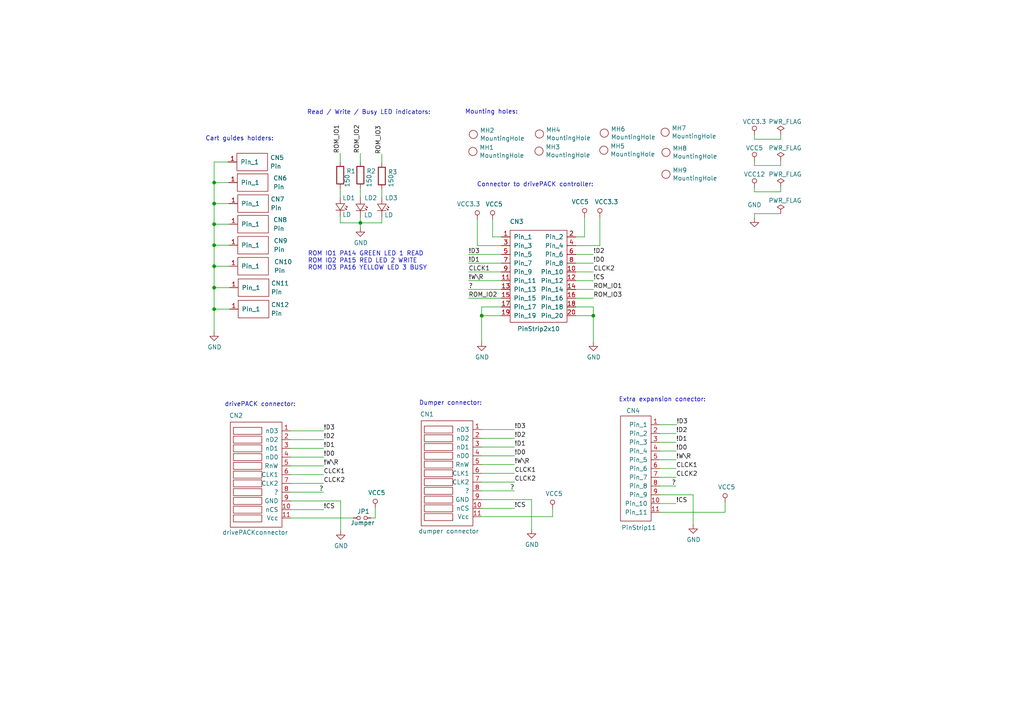
<source format=kicad_sch>
(kicad_sch (version 20211123) (generator eeschema)
  (paper "A4")
  (title_block (title "drive Pack header top board") (date "11 - 2023") (rev "0.1") (company "tolaemon - Jordi Bartolome") (comment 1 "http://www.tolaemon.com/dpack/"))
  (lib_symbols
    (symbol "Pin_1" (pin_names (offset 1.016))
      (property "Reference" "CN" (at 0 16.51 0))
      (property "Value" "Pin_1" (at 3.81 8.89 0))
      (symbol "Pin_1_0_1"
        (rectangle (start -1.27 15.24) (end 7.62 10.16))
      )
      (symbol "Pin_1_1_1"
        (pin passive line (at -3.81 12.7 0) (length 2.54) (name "Pin_1") (number "1"))
      )
    )
    (symbol "Pin_2" (pin_names (offset 1.016))
      (property "Reference" "CN" (at 0 16.51 0))
      (property "Value" "Pin_2" (at 3.81 8.89 0))
      (symbol "Pin_2_0_1"
        (rectangle (start -1.27 15.24) (end 7.62 10.16))
      )
      (symbol "Pin_2_1_1"
        (pin passive line (at -3.81 12.7 0) (length 2.54) (name "Pin_1") (number "1"))
      )
    )
    (symbol "Pin_3" (pin_names (offset 1.016))
      (property "Reference" "CN" (at 0 16.51 0))
      (property "Value" "Pin_3" (at 3.81 8.89 0))
      (symbol "Pin_3_0_1"
        (rectangle (start -1.27 15.24) (end 7.62 10.16))
      )
      (symbol "Pin_3_1_1"
        (pin passive line (at -3.81 12.7 0) (length 2.54) (name "Pin_1") (number "1"))
      )
    )
    (symbol "Pin_4" (pin_names (offset 1.016))
      (property "Reference" "CN" (at 0 16.51 0))
      (property "Value" "Pin_4" (at 3.81 8.89 0))
      (symbol "Pin_4_0_1"
        (rectangle (start -1.27 15.24) (end 7.62 10.16))
      )
      (symbol "Pin_4_1_1"
        (pin passive line (at -3.81 12.7 0) (length 2.54) (name "Pin_1") (number "1"))
      )
    )
    (symbol "Pin_5" (pin_names (offset 1.016))
      (property "Reference" "CN" (at 0 16.51 0))
      (property "Value" "Pin_5" (at 3.81 8.89 0))
      (symbol "Pin_5_0_1"
        (rectangle (start -1.27 15.24) (end 7.62 10.16))
      )
      (symbol "Pin_5_1_1"
        (pin passive line (at -3.81 12.7 0) (length 2.54) (name "Pin_1") (number "1"))
      )
    )
    (symbol "Pin_6" (pin_names (offset 1.016))
      (property "Reference" "CN" (at 0 16.51 0))
      (property "Value" "Pin_6" (at 3.81 8.89 0))
      (symbol "Pin_6_0_1"
        (rectangle (start -1.27 15.24) (end 7.62 10.16))
      )
      (symbol "Pin_6_1_1"
        (pin passive line (at -3.81 12.7 0) (length 2.54) (name "Pin_1") (number "1"))
      )
    )
    (symbol "Pin_7" (pin_names (offset 1.016))
      (property "Reference" "CN" (at 0 16.51 0))
      (property "Value" "Pin_7" (at 3.81 8.89 0))
      (symbol "Pin_7_0_1"
        (rectangle (start -1.27 15.24) (end 7.62 10.16))
      )
      (symbol "Pin_7_1_1"
        (pin passive line (at -3.81 12.7 0) (length 2.54) (name "Pin_1") (number "1"))
      )
    )
    (symbol "Tolaemon:GND" (power) (pin_names (offset 0))
      (property "Value" "GND" (at 0 -3.81 0))
      (symbol "GND_0_1"
        (polyline (pts (xy 0 0) (xy 0 -1.27) (xy 1.27 -1.27) (xy 0 -2.54) (xy -1.27 -1.27) (xy 0 -1.27)))
      )
      (symbol "GND_1_1"
        (pin power_in line (at 0 0 270) (length 0) hide (name "GND") (number "1"))
      )
    )
    (symbol "Tolaemon:Jumper" (pin_numbers hide) (pin_names (offset 0.762) hide)
      (property "Reference" "JP" (at 0 2.032 0))
      (property "Value" "Jumper" (at 0.254 -1.524 0))
      (symbol "Jumper_0_1"
        (circle (center -1.016 0) (radius 0.508))
        (circle (center 1.016 0) (radius 0.508))
        (pin passive line (at -2.54 0 0) (length 1.016) (name "1") (number "1"))
        (pin passive line (at 2.54 0 180) (length 1.016) (name "2") (number "2"))
      )
    )
    (symbol "Tolaemon:LD" (pin_numbers hide) (pin_names (offset 0))
      (property "Reference" "LD" (at 2.4384 5.0292 90))
      (property "Value" "LD" (at -2.54 1.27 90))
      (symbol "LD_0_1"
        (polyline (pts (xy -1.27 0.635) (xy 1.27 0.635)))
        (polyline (pts (xy 0 0) (xy 0 0.635)))
        (polyline (pts (xy 0 3.175) (xy 0 2.54)))
        (polyline (pts (xy 1.8288 0.8128) (xy 1.8288 1.0668)))
        (polyline (pts (xy 2.032 1.4732) (xy 2.032 1.7272)))
        (polyline (pts (xy 1.3208 1.3208) (xy 1.8288 0.8128) (xy 1.5748 0.8128)))
        (polyline (pts (xy 1.524 1.9812) (xy 2.032 1.4732) (xy 1.778 1.4732)))
        (polyline (pts (xy 1.27 2.54) (xy -1.27 2.54) (xy 0 0.635) (xy 1.27 2.54)))
      )
      (symbol "LD_1_1"
        (pin bidirectional line (at 0 4.445 270) (length 1.27) (name "~") (number "1"))
        (pin bidirectional line (at 0 -1.27 90) (length 1.27) (name "~") (number "2"))
      )
    )
    (symbol "Tolaemon:MountingHole" (pin_names (offset 1.016))
      (property "Reference" "MH" (at 0.0508 -2.286 0))
      (property "Value" "MountingHole" (at 0.762 2.3368 0))
      (symbol "MountingHole_0_1"
        (circle (center 0 0) (radius 1.1938))
      )
    )
    (symbol "Tolaemon:Pin" (pin_names (offset 1.016))
      (property "Reference" "CN" (at 0 16.51 0))
      (property "Value" "Pin" (at 3.81 8.89 0))
      (symbol "Pin_0_1"
        (rectangle (start -1.27 15.24) (end 7.62 10.16))
      )
      (symbol "Pin_1_1"
        (pin passive line (at -3.81 12.7 0) (length 2.54) (name "Pin_1") (number "1"))
      )
    )
    (symbol "Tolaemon:PinStrip11" (pin_names (offset 1.016))
      (property "Reference" "CN" (at 0 16.51 0))
      (property "Value" "PinStrip11" (at 3.81 -16.51 0))
      (symbol "PinStrip11_0_1"
        (rectangle (start -1.27 15.24) (end 7.62 -15.24))
      )
      (symbol "PinStrip11_1_1"
        (pin bidirectional line (at -3.81 12.7 0) (length 2.54) (name "Pin_1") (number "1"))
        (pin bidirectional line (at -3.81 -10.16 0) (length 2.54) (name "Pin_10") (number "10"))
        (pin bidirectional line (at -3.81 -12.7 0) (length 2.54) (name "Pin_11") (number "11"))
        (pin bidirectional line (at -3.81 10.16 0) (length 2.54) (name "Pin_2") (number "2"))
        (pin bidirectional line (at -3.81 7.62 0) (length 2.54) (name "Pin_3") (number "3"))
        (pin bidirectional line (at -3.81 5.08 0) (length 2.54) (name "Pin_4") (number "4"))
        (pin bidirectional line (at -3.81 2.54 0) (length 2.54) (name "Pin_5") (number "5"))
        (pin bidirectional line (at -3.81 0 0) (length 2.54) (name "Pin_6") (number "6"))
        (pin bidirectional line (at -3.81 -2.54 0) (length 2.54) (name "Pin_7") (number "7"))
        (pin bidirectional line (at -3.81 -5.08 0) (length 2.54) (name "Pin_8") (number "8"))
        (pin bidirectional line (at -3.81 -7.62 0) (length 2.54) (name "Pin_9") (number "9"))
      )
    )
    (symbol "Tolaemon:PinStrip2x10" (pin_names (offset 1.016))
      (property "Reference" "CN" (at -6.985 -18.415 0))
      (property "Value" "PinStrip2x10" (at 0 12.065 0))
      (symbol "PinStrip2x10_0_1"
        (rectangle (start -8.255 10.16) (end 8.255 -16.51))
      )
      (symbol "PinStrip2x10_1_1"
        (pin passive line (at -10.795 8.255 0) (length 2.54) (name "Pin_1") (number "1"))
        (pin passive line (at 10.795 -1.905 180) (length 2.54) (name "Pin_10") (number "10"))
        (pin passive line (at -10.795 -4.445 0) (length 2.54) (name "Pin_11") (number "11"))
        (pin passive line (at 10.795 -4.445 180) (length 2.54) (name "Pin_12") (number "12"))
        (pin passive line (at -10.795 -6.985 0) (length 2.54) (name "Pin_13") (number "13"))
        (pin passive line (at 10.795 -6.985 180) (length 2.54) (name "Pin_14") (number "14"))
        (pin passive line (at -10.795 -9.525 0) (length 2.54) (name "Pin_15") (number "15"))
        (pin passive line (at 10.795 -9.525 180) (length 2.54) (name "Pin_16") (number "16"))
        (pin passive line (at -10.795 -12.065 0) (length 2.54) (name "Pin_17") (number "17"))
        (pin passive line (at 10.795 -12.065 180) (length 2.54) (name "Pin_18") (number "18"))
        (pin passive line (at -10.795 -14.605 0) (length 2.54) (name "Pin_19") (number "19"))
        (pin passive line (at 10.795 8.255 180) (length 2.54) (name "Pin_2") (number "2"))
        (pin passive line (at 10.795 -14.605 180) (length 2.54) (name "Pin_20") (number "20"))
        (pin passive line (at -10.795 5.715 0) (length 2.54) (name "Pin_3") (number "3"))
        (pin passive line (at 10.795 5.715 180) (length 2.54) (name "Pin_4") (number "4"))
        (pin passive line (at -10.795 3.175 0) (length 2.54) (name "Pin_5") (number "5"))
        (pin passive line (at 10.795 3.175 180) (length 2.54) (name "Pin_6") (number "6"))
        (pin passive line (at -10.795 0.635 0) (length 2.54) (name "Pin_7") (number "7"))
        (pin passive line (at 10.795 0.635 180) (length 2.54) (name "Pin_8") (number "8"))
        (pin passive line (at -10.795 -1.905 0) (length 2.54) (name "Pin_9") (number "9"))
      )
    )
    (symbol "Tolaemon:R" (pin_numbers hide) (pin_names (offset 0))
      (property "Reference" "R" (at 2.032 0 90))
      (property "Value" "R" (at 0 0 90))
      (symbol "R_0_1"
        (rectangle (start -1.016 -2.54) (end 1.016 2.54) (stroke (width 0.254)))
      )
      (symbol "R_1_1"
        (pin passive line (at 0 3.81 270) (length 1.27) (name "~") (number "1"))
        (pin passive line (at 0 -3.81 90) (length 1.27) (name "~") (number "2"))
      )
    )
    (symbol "Tolaemon:VCC12" (power) (pin_names (offset 0))
      (property "Value" "VCC12" (at 0 3.81 0))
      (symbol "VCC12_0_1"
        (polyline (pts (xy 0 0) (xy 0 1.27)))
        (circle (center 0 1.905) (radius 0.635))
      )
      (symbol "VCC12_1_1"
        (pin power_in line (at 0 0 90) (length 0) hide (name "VCC12") (number "1"))
      )
    )
    (symbol "Tolaemon:VCC3.3" (power) (pin_names (offset 0))
      (property "Value" "VCC3.3" (at 0 3.81 0))
      (symbol "VCC3.3_0_1"
        (rectangle (start -5.08 3.175) (end -5.08 3.175))
        (polyline (pts (xy 0 0) (xy 0 1.27)))
        (circle (center 0 1.905) (radius 0.635))
      )
      (symbol "VCC3.3_1_1"
        (pin power_in line (at 0 0 90) (length 0) hide (name "VCC3.3") (number "1"))
      )
    )
    (symbol "Tolaemon:VCC5" (power) (pin_names (offset 0))
      (property "Value" "VCC5" (at 0 3.81 0))
      (symbol "VCC5_0_1"
        (polyline (pts (xy 0 0) (xy 0 1.27)))
        (circle (center 0 1.905) (radius 0.635))
      )
      (symbol "VCC5_1_1"
        (pin power_in line (at 0 0 90) (length 0) hide (name "VCC5") (number "1"))
      )
    )
    (symbol "Tolaemon:drivePACKconnector" (pin_names (offset 1.016))
      (property "Reference" "CN" (at -6.223 17.78 0))
      (property "Value" "drivePACKconnector" (at -3.048 -15.875 0))
      (symbol "drivePACKconnector_0_1"
        (rectangle (start -8.763 16.51) (end 6.223 -13.97))
        (rectangle (start -2.921 12.446) (end 5.334 10.414))
      )
      (symbol "drivePACKconnector_1_1"
        (rectangle (start -2.921 -10.414) (end 5.334 -12.446))
        (rectangle (start -2.921 -7.874) (end 5.334 -9.906))
        (rectangle (start -2.921 -5.334) (end 5.334 -7.366))
        (rectangle (start -2.921 -2.794) (end 5.334 -4.826))
        (rectangle (start -2.921 -0.254) (end 5.334 -2.286))
        (rectangle (start -2.921 2.286) (end 5.334 0.254))
        (rectangle (start -2.921 4.826) (end 5.334 2.794))
        (rectangle (start -2.921 7.366) (end 5.334 5.334))
        (rectangle (start -2.921 9.906) (end 5.334 7.874))
        (rectangle (start -2.921 14.986) (end 5.334 12.954))
        (pin passive line (at -11.303 13.97 0) (length 2.54) (name "nD3") (number "1"))
        (pin passive line (at -11.303 -8.89 0) (length 2.54) (name "nCS") (number "10"))
        (pin passive line (at -11.303 -11.303 0) (length 2.54) (name "Vcc") (number "11"))
        (pin passive line (at -11.303 11.43 0) (length 2.54) (name "nD2") (number "2"))
        (pin passive line (at -11.303 8.89 0) (length 2.54) (name "nD1") (number "3"))
        (pin passive line (at -11.303 6.35 0) (length 2.54) (name "nD0") (number "4"))
        (pin passive line (at -11.303 3.81 0) (length 2.54) (name "RnW") (number "5"))
        (pin passive line (at -11.303 1.27 0) (length 2.54) (name "CLK1") (number "6"))
        (pin passive line (at -11.303 -1.27 0) (length 2.54) (name "CLK2") (number "7"))
        (pin passive line (at -11.303 -3.81 0) (length 2.54) (name "?") (number "8"))
        (pin passive line (at -11.303 -6.35 0) (length 2.54) (name "GND") (number "9"))
      )
    )
    (symbol "power:GND" (power) (pin_names (offset 0))
      (property "Value" "GND" (at 0 -3.81 0))
      (symbol "GND_0_1"
        (polyline (pts (xy 0 0) (xy 0 -1.27) (xy 1.27 -1.27) (xy 0 -2.54) (xy -1.27 -1.27) (xy 0 -1.27)))
      )
      (symbol "GND_1_1"
        (pin power_in line (at 0 0 270) (length 0) hide (name "GND") (number "1"))
      )
    )
    (symbol "power:PWR_FLAG" (power) (pin_numbers hide) (pin_names (offset 0) hide)
      (property "Value" "PWR_FLAG" (at 0 3.81 0))
      (symbol "PWR_FLAG_0_0"
        (pin power_out line (at 0 0 90) (length 0) (name "pwr") (number "1"))
      )
      (symbol "PWR_FLAG_0_1"
        (polyline (pts (xy 0 0) (xy 0 1.27) (xy -1.016 1.905) (xy 0 2.54) (xy 1.016 1.905) (xy 0 1.27)))
      )
    )
  )
  (junction (at 62.103 89.662))
  (junction (at 139.7 91.567))
  (junction (at 62.103 77.216))
  (junction (at 62.103 59.055))
  (junction (at 62.103 71.12))
  (junction (at 62.103 52.959))
  (junction (at 62.103 83.439))
  (junction (at 172.085 91.567))
  (junction (at 104.521 64.643))
  (junction (at 62.103 65.024))
  (wire (pts (xy 84.328 130.048) (xy 93.853 130.048)))
  (wire (pts (xy 149.225 127.127) (xy 139.7 127.127)))
  (wire (pts (xy 84.328 145.288) (xy 98.806 145.288)))
  (wire (pts (xy 169.545 68.707) (xy 169.545 62.992)))
  (wire (pts (xy 149.225 147.447) (xy 139.7 147.447)))
  (wire (pts (xy 191.389 125.73) (xy 196.088 125.73)))
  (wire (pts (xy 191.389 128.27) (xy 196.088 128.27)))
  (wire (pts (xy 138.43 71.247) (xy 145.415 71.247)))
  (wire (pts (xy 149.225 124.587) (xy 139.7 124.587)))
  (wire (pts (xy 139.7 144.907) (xy 154.178 144.907)))
  (wire (pts (xy 218.821 48.006) (xy 226.441 48.006)))
  (wire (pts (xy 226.441 40.386) (xy 226.441 39.116)))
  (wire (pts (xy 145.415 86.487) (xy 135.89 86.487)))
  (wire (pts (xy 104.521 62.992) (xy 104.521 64.643)))
  (wire (pts (xy 218.821 61.976) (xy 218.821 63.246)))
  (wire (pts (xy 110.744 62.992) (xy 110.744 64.643)))
  (wire (pts (xy 66.167 46.99) (xy 62.103 46.99)))
  (wire (pts (xy 142.875 68.707) (xy 145.415 68.707)))
  (wire (pts (xy 93.853 137.668) (xy 84.328 137.668)))
  (wire (pts (xy 226.441 61.976) (xy 218.821 61.976)))
  (wire (pts (xy 110.744 54.864) (xy 110.744 57.277)))
  (wire (pts (xy 62.103 77.216) (xy 66.421 77.216)))
  (wire (pts (xy 145.415 78.867) (xy 135.89 78.867)))
  (wire (pts (xy 98.679 54.61) (xy 98.679 57.15)))
  (wire (pts (xy 167.005 73.787) (xy 172.085 73.787)))
  (wire (pts (xy 98.679 64.643) (xy 104.521 64.643)))
  (wire (pts (xy 142.875 63.627) (xy 142.875 68.707)))
  (wire (pts (xy 98.806 145.288) (xy 98.806 153.924)))
  (wire (pts (xy 167.005 86.487) (xy 172.085 86.487)))
  (wire (pts (xy 172.085 89.027) (xy 172.085 91.567)))
  (wire (pts (xy 139.7 91.567) (xy 139.7 99.187)))
  (wire (pts (xy 145.415 83.947) (xy 135.89 83.947)))
  (wire (pts (xy 62.103 65.024) (xy 66.421 65.024)))
  (wire (pts (xy 110.744 47.244) (xy 110.744 44.704)))
  (wire (pts (xy 138.43 63.627) (xy 138.43 71.247)))
  (wire (pts (xy 201.041 143.51) (xy 201.041 152.146)))
  (wire (pts (xy 145.415 81.407) (xy 135.89 81.407)))
  (wire (pts (xy 167.005 71.247) (xy 173.99 71.247)))
  (wire (pts (xy 218.821 39.116) (xy 218.821 40.386)))
  (wire (pts (xy 93.853 124.968) (xy 84.328 124.968)))
  (wire (pts (xy 226.441 48.006) (xy 226.441 46.736)))
  (wire (pts (xy 62.103 52.959) (xy 62.103 59.055)))
  (wire (pts (xy 191.389 143.51) (xy 201.041 143.51)))
  (wire (pts (xy 167.005 91.567) (xy 172.085 91.567)))
  (wire (pts (xy 93.853 147.828) (xy 84.328 147.828)))
  (wire (pts (xy 93.853 140.208) (xy 84.328 140.208)))
  (wire (pts (xy 62.103 71.12) (xy 62.103 77.216)))
  (wire (pts (xy 145.415 89.027) (xy 139.7 89.027)))
  (wire (pts (xy 84.328 150.241) (xy 102.489 150.241)))
  (wire (pts (xy 139.7 129.667) (xy 149.225 129.667)))
  (wire (pts (xy 191.389 148.59) (xy 210.312 148.59)))
  (wire (pts (xy 167.005 81.407) (xy 172.085 81.407)))
  (wire (pts (xy 62.103 52.959) (xy 66.294 52.959)))
  (wire (pts (xy 149.225 142.367) (xy 139.7 142.367)))
  (wire (pts (xy 191.389 138.43) (xy 196.088 138.43)))
  (wire (pts (xy 62.103 83.439) (xy 66.548 83.439)))
  (wire (pts (xy 62.103 89.662) (xy 62.103 96.266)))
  (wire (pts (xy 93.853 142.748) (xy 84.328 142.748)))
  (wire (pts (xy 167.005 68.707) (xy 169.545 68.707)))
  (wire (pts (xy 145.415 76.327) (xy 135.89 76.327)))
  (wire (pts (xy 104.521 64.643) (xy 104.521 66.04)))
  (wire (pts (xy 98.679 62.865) (xy 98.679 64.643)))
  (wire (pts (xy 160.274 149.86) (xy 160.274 147.574)))
  (wire (pts (xy 167.005 89.027) (xy 172.085 89.027)))
  (wire (pts (xy 104.521 46.99) (xy 104.521 44.45)))
  (wire (pts (xy 108.839 150.241) (xy 108.839 147.32)))
  (wire (pts (xy 210.312 148.59) (xy 210.312 145.669)))
  (wire (pts (xy 62.103 59.055) (xy 66.421 59.055)))
  (wire (pts (xy 145.415 91.567) (xy 139.7 91.567)))
  (wire (pts (xy 226.441 54.356) (xy 226.441 55.626)))
  (wire (pts (xy 62.103 77.216) (xy 62.103 83.439)))
  (wire (pts (xy 167.005 76.327) (xy 172.085 76.327)))
  (wire (pts (xy 93.853 127.508) (xy 84.328 127.508)))
  (wire (pts (xy 173.99 71.247) (xy 173.99 62.992)))
  (wire (pts (xy 218.821 54.356) (xy 218.821 55.626)))
  (wire (pts (xy 191.389 123.19) (xy 196.215 123.19)))
  (wire (pts (xy 154.178 144.907) (xy 154.178 153.543)))
  (wire (pts (xy 218.821 55.626) (xy 226.441 55.626)))
  (wire (pts (xy 167.005 78.867) (xy 172.085 78.867)))
  (wire (pts (xy 191.389 135.89) (xy 196.088 135.89)))
  (wire (pts (xy 191.389 130.81) (xy 196.088 130.81)))
  (wire (pts (xy 139.7 89.027) (xy 139.7 91.567)))
  (wire (pts (xy 145.415 73.787) (xy 135.89 73.787)))
  (wire (pts (xy 218.821 40.386) (xy 226.441 40.386)))
  (wire (pts (xy 149.225 137.287) (xy 139.7 137.287)))
  (wire (pts (xy 172.085 91.567) (xy 172.085 99.187)))
  (wire (pts (xy 62.103 71.12) (xy 66.421 71.12)))
  (wire (pts (xy 191.389 133.35) (xy 196.088 133.35)))
  (wire (pts (xy 149.225 139.827) (xy 139.7 139.827)))
  (wire (pts (xy 62.103 89.662) (xy 66.548 89.662)))
  (wire (pts (xy 104.521 64.643) (xy 110.744 64.643)))
  (wire (pts (xy 62.103 46.99) (xy 62.103 52.959)))
  (wire (pts (xy 139.7 149.86) (xy 160.274 149.86)))
  (wire (pts (xy 149.225 134.747) (xy 139.7 134.747)))
  (wire (pts (xy 62.103 83.439) (xy 62.103 89.662)))
  (wire (pts (xy 93.853 135.128) (xy 84.328 135.128)))
  (wire (pts (xy 107.569 150.241) (xy 108.839 150.241)))
  (wire (pts (xy 62.103 65.024) (xy 62.103 71.12)))
  (wire (pts (xy 218.821 46.736) (xy 218.821 48.006)))
  (wire (pts (xy 62.103 59.055) (xy 62.103 65.024)))
  (wire (pts (xy 191.389 140.97) (xy 196.088 140.97)))
  (wire (pts (xy 149.225 132.207) (xy 139.7 132.207)))
  (wire (pts (xy 104.521 54.61) (xy 104.521 57.277)))
  (wire (pts (xy 98.679 46.99) (xy 98.679 44.45)))
  (wire (pts (xy 167.005 83.947) (xy 172.085 83.947)))
  (wire (pts (xy 191.389 146.05) (xy 196.088 146.05)))
  (wire (pts (xy 93.853 132.588) (xy 84.328 132.588)))
  (text "Read / Write / Busy LED indicators:" (at 89.027 33.401 0) (effects (font (size 1.27 1.27)) (justify left bottom)))
  (text "ROM IO1 PA14 GREEN LED 1 READ\nROM IO2 PA15 RED LED 2 WRITE\nROM IO3 PA16 YELLOW LED 3 BUSY\n" (at 89.281 78.486 0) (effects (font (size 1.27 1.27)) (justify left bottom)))
  (text "Cart guides holders:" (at 59.563 41.021 0) (effects (font (size 1.27 1.27)) (justify left bottom)))
  (text "drivePACK connector:" (at 65.151 118.11 0) (effects (font (size 1.27 1.27)) (justify left bottom)))
  (text "Extra expansion conector:" (at 179.451 116.713 0) (effects (font (size 1.27 1.27)) (justify left bottom)))
  (text "Dumper connector:" (at 121.539 117.729 0) (effects (font (size 1.27 1.27)) (justify left bottom)))
  (text "Connector to drivePACK controller:" (at 138.303 54.356 0) (effects (font (size 1.27 1.27)) (justify left bottom)))
  (text "Mounting holes:" (at 134.874 33.274 0) (effects (font (size 1.27 1.27)) (justify left bottom)))
  (label "ROM_IO1" (at 172.085 83.947 0))
  (label "CLCK2" (at 93.853 140.208 0))
  (label "ROM_IO2" (at 104.521 44.45 90))
  (label "!W\\R" (at 149.225 134.747 0))
  (label "CLCK1" (at 149.225 137.287 0))
  (label "!D1" (at 196.088 128.27 0))
  (label "CLCK1" (at 135.89 78.867 0))
  (label "!W\\R" (at 93.853 135.128 0))
  (label "CLCK2" (at 172.085 78.867 0))
  (label "CLCK1" (at 93.853 137.668 0))
  (label "!D1" (at 93.853 130.048 0))
  (label "!D2" (at 149.225 127.127 0))
  (label "!CS" (at 196.088 146.05 0))
  (label "!CS" (at 149.225 147.447 0))
  (label "!D2" (at 196.088 125.73 0))
  (label "!D2" (at 172.085 73.787 0))
  (label "ROM_IO3" (at 110.744 44.704 90))
  (label "!D1" (at 149.225 129.667 0))
  (label "!D2" (at 93.853 127.508 0))
  (label "!D0" (at 149.225 132.207 0))
  (label "!D3" (at 93.853 124.968 0))
  (label "!W\\R" (at 135.89 81.407 0))
  (label "!D3" (at 196.215 123.19 0))
  (label "!D0" (at 196.088 130.81 0))
  (label "!W\\R" (at 196.088 133.35 0))
  (label "!D3" (at 149.225 124.587 0))
  (label "ROM_IO2" (at 135.89 86.487 0))
  (label "?" (at 149.225 142.367 180))
  (label "!D0" (at 172.085 76.327 0))
  (label "?" (at 196.088 140.97 180))
  (label "ROM_IO1" (at 98.679 44.45 90))
  (label "!CS" (at 172.085 81.407 0))
  (label "!CS" (at 93.853 147.828 0))
  (label "!D0" (at 93.853 132.588 0))
  (label "CLCK2" (at 196.088 138.43 0))
  (label "CLCK1" (at 196.088 135.89 0))
  (label "!D3" (at 135.89 73.787 0))
  (label "!D1" (at 135.89 76.327 0))
  (label "CLCK2" (at 149.225 139.827 0))
  (label "?" (at 135.89 83.947 0))
  (label "?" (at 93.853 142.748 180))
  (label "ROM_IO3" (at 172.085 86.487 0))
  (symbol (lib_id "Tolaemon:VCC5") (at 160.274 147.574 0) (unit 1)
    (property "Reference" "#PWR03" (effects hide))
    (property "Value" "VCC5" (at 160.7058 143.1798 0))
  )
  (symbol (lib_id "Tolaemon:PinStrip2x10") (at 156.21 76.962 0) (unit 1)
    (property "Reference" "CN3" (at 149.86 64.262 0))
    (property "Value" "PinStrip2x10" (at 156.21 95.377 0))
    (property "Footprint" "Tolaemon:PinHeader_2x10_P2.54mm_Vertical" (effects hide))
  )
  (symbol (lib_id "power:GND") (at 172.085 99.187 0) (unit 1)
    (property "Reference" "#PWR010" (effects hide))
    (property "Value" "GND" (at 172.212 103.5812 0))
  )
  (symbol (lib_id "Tolaemon:VCC5") (at 108.839 147.32 0) (unit 1)
    (property "Reference" "#PWR04" (effects hide))
    (property "Value" "VCC5" (at 109.2708 142.9258 0))
  )
  (symbol (lib_id "power:GND") (at 139.7 99.187 0) (unit 1)
    (property "Reference" "#PWR07" (effects hide))
    (property "Value" "GND" (at 139.827 103.5812 0))
  )
  (symbol (lib_id "Tolaemon:VCC3.3") (at 138.43 63.627 0) (unit 1)
    (property "Reference" "#PWR06" (effects hide))
    (property "Value" "VCC3.3" (at 135.89 59.182 0))
  )
  (symbol (lib_id "Tolaemon:VCC3.3") (at 173.99 62.992 0) (unit 1)
    (property "Reference" "#PWR011" (effects hide))
    (property "Value" "VCC3.3" (at 175.895 58.547 0))
  )
  (symbol (lib_id "Tolaemon:VCC5") (at 142.875 63.627 0) (unit 1)
    (property "Reference" "#PWR08" (effects hide))
    (property "Value" "VCC5" (at 143.3068 59.2328 0))
  )
  (symbol (lib_id "Tolaemon:VCC5") (at 169.545 62.992 0) (unit 1)
    (property "Reference" "#PWR09" (effects hide))
    (property "Value" "VCC5" (at 168.275 58.547 0))
  )
  (symbol (lib_id "Tolaemon:Jumper") (at 105.029 150.241 0) (unit 1)
    (property "Reference" "JP1" (at 105.41 148.336 0))
    (property "Value" "Jumper" (at 105.156 151.638 0))
    (property "Footprint" "Tolaemon:SolderJumper-2_P1.3mm_Open_RoundedPad1.0x1.5mm" (effects hide))
  )
  (symbol (lib_id "Tolaemon:drivePACKconnector") (at 73.025 138.938 0) (mirror y) (unit 1)
    (property "Reference" "CN2" (at 70.485 120.523 0) (effects (justify left)))
    (property "Value" "drivePACKconnector" (at 83.566 154.432 0) (effects (justify left)))
    (property "Footprint" "Tolaemon:DrivePackHeaderMale" (effects hide))
  )
  (symbol (lib_id "power:GND") (at 98.806 153.924 0) (unit 1)
    (property "Reference" "#PWR02" (effects hide))
    (property "Value" "GND" (at 98.933 158.3182 0))
  )
  (symbol (lib_id "power:GND") (at 154.178 153.543 0) (unit 1)
    (property "Reference" "#PWR01" (effects hide))
    (property "Value" "GND" (at 154.305 157.9372 0))
  )
  (symbol (lib_id "Tolaemon:drivePACKconnector") (at 128.397 138.557 0) (mirror y) (unit 1)
    (property "Reference" "CN1" (at 125.857 120.142 0) (effects (justify left)))
    (property "Value" "dumper connector" (at 138.938 154.051 0) (effects (justify left)))
    (property "Footprint" "Tolaemon:DrivePackHeaderFemale" (effects hide))
  )
  (symbol (lib_id "Tolaemon:MountingHole") (at 137.287 38.989 0) (unit 1)
    (property "Reference" "MH2" (at 139.192 37.8206 0) (effects (justify left)))
    (property "Value" "MountingHole" (at 139.192 40.132 0) (effects (justify left)))
    (property "Footprint" "Tolaemon:MHole_2_25" (effects hide))
  )
  (symbol (lib_id "Tolaemon:MountingHole") (at 137.16 43.942 0) (unit 1)
    (property "Reference" "MH1" (at 139.065 42.7736 0) (effects (justify left)))
    (property "Value" "MountingHole" (at 139.065 45.085 0) (effects (justify left)))
    (property "Footprint" "Tolaemon:MHole_2_25" (effects hide))
  )
  (symbol (lib_id "Tolaemon:MountingHole") (at 156.464 38.862 0) (unit 1)
    (property "Reference" "MH4" (at 158.369 37.6936 0) (effects (justify left)))
    (property "Value" "MountingHole" (at 158.369 40.005 0) (effects (justify left)))
    (property "Footprint" "Tolaemon:MHole_2_25" (effects hide))
  )
  (symbol (lib_id "Tolaemon:MountingHole") (at 156.337 43.815 0) (unit 1)
    (property "Reference" "MH3" (at 158.242 42.6466 0) (effects (justify left)))
    (property "Value" "MountingHole" (at 158.242 44.958 0) (effects (justify left)))
    (property "Footprint" "Tolaemon:MHole_2_25" (effects hide))
  )
  (symbol (lib_id "Tolaemon:MountingHole") (at 175.26 38.608 0) (unit 1)
    (property "Reference" "MH6" (at 177.165 37.4396 0) (effects (justify left)))
    (property "Value" "MountingHole" (at 177.165 39.751 0) (effects (justify left)))
    (property "Footprint" "Tolaemon:MHole_2_25" (effects hide))
  )
  (symbol (lib_id "Tolaemon:MountingHole") (at 175.133 43.561 0) (unit 1)
    (property "Reference" "MH5" (at 177.038 42.3926 0) (effects (justify left)))
    (property "Value" "MountingHole" (at 177.038 44.704 0) (effects (justify left)))
    (property "Footprint" "Tolaemon:MHole_2_25" (effects hide))
  )
  (symbol (lib_id "Tolaemon:LD") (at 98.679 61.595 0) (unit 1)
    (property "Reference" "LD1" (at 99.314 57.404 0) (effects (justify left)))
    (property "Value" "LD" (at 99.314 62.23 0) (effects (justify left)))
    (property "Footprint" "Tolaemon:SMD_LD_0805_2012Metric" (effects hide))
  )
  (symbol (lib_id "Tolaemon:MountingHole") (at 192.913 38.354 0) (unit 1)
    (property "Reference" "MH7" (at 194.818 37.1856 0) (effects (justify left)))
    (property "Value" "MountingHole" (at 194.818 39.497 0) (effects (justify left)))
    (property "Footprint" "Tolaemon:MHole_2_25" (effects hide))
  )
  (symbol (lib_id "Tolaemon:LD") (at 104.521 61.722 0) (unit 1)
    (property "Reference" "LD2" (at 105.664 57.404 0) (effects (justify left)))
    (property "Value" "LD" (at 105.537 62.357 0) (effects (justify left)))
    (property "Footprint" "Tolaemon:SMD_LD_0805_2012Metric" (effects hide))
  )
  (symbol (lib_id "Tolaemon:LD") (at 110.744 61.722 0) (unit 1)
    (property "Reference" "LD3" (at 111.633 57.404 0) (effects (justify left)))
    (property "Value" "LD" (at 111.506 62.357 0) (effects (justify left)))
    (property "Footprint" "Tolaemon:SMD_LD_0805_2012Metric" (effects hide))
  )
  (symbol (lib_id "Tolaemon:R") (at 98.679 50.8 0) (unit 1)
    (property "Reference" "R1" (at 100.457 49.6316 0) (effects (justify left)))
    (property "Value" "150" (at 100.711 54.356 90) (effects (justify left)))
    (property "Footprint" "Tolaemon:SMD_R_0805_2012Metric" (effects hide))
  )
  (symbol (lib_id "Tolaemon:R") (at 104.521 50.8 0) (unit 1)
    (property "Reference" "R2" (at 106.299 49.6316 0) (effects (justify left)))
    (property "Value" "150" (at 107.061 54.356 90) (effects (justify left)))
    (property "Footprint" "Tolaemon:SMD_R_0805_2012Metric" (effects hide))
  )
  (symbol (lib_id "Tolaemon:R") (at 110.744 51.054 0) (unit 1)
    (property "Reference" "R3" (at 112.522 49.8856 0) (effects (justify left)))
    (property "Value" "150" (at 113.411 54.356 90) (effects (justify left)))
    (property "Footprint" "Tolaemon:SMD_R_0805_2012Metric" (effects hide))
  )
  (symbol (lib_id "power:GND") (at 104.521 66.04 0) (unit 1)
    (property "Reference" "#PWR05" (effects hide))
    (property "Value" "GND" (at 104.648 70.4342 0))
  )
  (symbol (lib_id "Tolaemon:Pin") (at 70.231 89.916 0) (unit 1)
    (property "Reference" "CN10" (at 79.502 75.9459 0) (effects (justify left)))
    (property "Value" "Pin" (at 79.502 78.4859 0) (effects (justify left)))
    (property "Footprint" "Tolaemon:PinPad_1x01_P2.54mm_Round" (effects hide))
  )
  (symbol (lib_id "Tolaemon:MountingHole") (at 193.167 50.546 0) (unit 1)
    (property "Reference" "MH9" (at 195.072 49.3776 0) (effects (justify left)))
    (property "Value" "MountingHole" (at 195.072 51.689 0) (effects (justify left)))
    (property "Footprint" "Tolaemon:MHole_2_25" (effects hide))
  )
  (symbol (lib_id "power:PWR_FLAG") (at 226.441 54.356 0) (unit 1)
    (property "Reference" "#FLG0104" (effects hide))
    (property "Value" "PWR_FLAG" (at 227.711 50.546 0))
  )
  (symbol (lib_name "Pin_3") (lib_id "Tolaemon:Pin") (at 70.231 71.755 0) (unit 1)
    (property "Reference" "CN7" (at 78.486 57.7849 0) (effects (justify left)))
    (property "Value" "Pin" (at 78.486 60.3249 0) (effects (justify left)))
    (property "Footprint" "Tolaemon:PinPad_1x01_P2.54mm_Round" (effects hide))
  )
  (symbol (lib_name "Pin_2") (lib_id "Tolaemon:Pin") (at 69.977 59.69 0) (unit 1)
    (property "Reference" "CN5" (at 78.359 45.7199 0) (effects (justify left)))
    (property "Value" "Pin" (at 78.359 48.2599 0) (effects (justify left)))
    (property "Footprint" "Tolaemon:PinPad_1x01_P2.54mm_Round" (effects hide))
  )
  (symbol (lib_id "power:PWR_FLAG") (at 226.441 46.736 0) (unit 1)
    (property "Reference" "#FLG0101" (effects hide))
    (property "Value" "PWR_FLAG" (at 227.711 42.926 0))
  )
  (symbol (lib_name "Pin_1") (lib_id "Tolaemon:Pin") (at 70.358 102.362 0) (unit 1)
    (property "Reference" "CN12" (at 78.613 88.3919 0) (effects (justify left)))
    (property "Value" "Pin" (at 78.613 90.9319 0) (effects (justify left)))
    (property "Footprint" "Tolaemon:PinPad_1x01_P2.54mm_Round" (effects hide))
  )
  (symbol (lib_id "Tolaemon:VCC5") (at 218.821 46.736 0) (unit 1)
    (property "Reference" "#PWR0102" (effects hide))
    (property "Value" "VCC5" (at 218.821 42.926 0))
  )
  (symbol (lib_name "Pin_5") (lib_id "Tolaemon:Pin") (at 70.231 83.82 0) (unit 1)
    (property "Reference" "CN9" (at 79.375 69.8499 0) (effects (justify left)))
    (property "Value" "Pin" (at 79.375 72.3899 0) (effects (justify left)))
    (property "Footprint" "Tolaemon:PinPad_1x01_P2.54mm_Round" (effects hide))
  )
  (symbol (lib_id "Tolaemon:VCC5") (at 210.312 145.669 0) (unit 1)
    (property "Reference" "#PWR013" (effects hide))
    (property "Value" "VCC5" (at 210.7438 141.2748 0))
  )
  (symbol (lib_name "Pin_7") (lib_id "Tolaemon:Pin") (at 70.358 96.139 0) (unit 1)
    (property "Reference" "CN11" (at 78.613 82.1689 0) (effects (justify left)))
    (property "Value" "Pin" (at 78.613 84.7089 0) (effects (justify left)))
    (property "Footprint" "Tolaemon:PinPad_1x01_P2.54mm_Round" (effects hide))
  )
  (symbol (lib_id "Tolaemon:VCC12") (at 218.821 54.356 0) (unit 1)
    (property "Reference" "#PWR0104" (effects hide))
    (property "Value" "VCC12" (at 218.821 50.546 0))
  )
  (symbol (lib_id "Tolaemon:VCC3.3") (at 218.821 39.116 0) (unit 1)
    (property "Reference" "#PWR0101" (effects hide))
    (property "Value" "VCC3.3" (at 218.821 35.306 0))
  )
  (symbol (lib_name "Pin_6") (lib_id "Tolaemon:Pin") (at 70.231 77.724 0) (unit 1)
    (property "Reference" "CN8" (at 79.248 63.7539 0) (effects (justify left)))
    (property "Value" "Pin" (at 79.248 66.2939 0) (effects (justify left)))
    (property "Footprint" "Tolaemon:PinPad_1x01_P2.54mm_Round" (effects hide))
  )
  (symbol (lib_id "Tolaemon:PinStrip11") (at 187.579 135.89 0) (mirror y) (unit 1)
    (property "Reference" "CN4" (at 183.642 119.126 0))
    (property "Value" "PinStrip11" (at 185.293 153.035 0))
    (property "Footprint" "Tolaemon:PinHeader_1x11_P2.54mm_Vertical" (effects hide))
  )
  (symbol (lib_id "Tolaemon:MountingHole") (at 193.167 44.196 0) (unit 1)
    (property "Reference" "MH8" (at 195.072 43.0276 0) (effects (justify left)))
    (property "Value" "MountingHole" (at 195.072 45.339 0) (effects (justify left)))
    (property "Footprint" "Tolaemon:MHole_2_25" (effects hide))
  )
  (symbol (lib_id "power:PWR_FLAG") (at 226.441 61.976 0) (unit 1)
    (property "Reference" "#FLG0103" (effects hide))
    (property "Value" "PWR_FLAG" (at 227.711 58.166 0))
  )
  (symbol (lib_id "power:GND") (at 201.041 152.146 0) (unit 1)
    (property "Reference" "#PWR012" (effects hide))
    (property "Value" "GND" (at 201.168 156.5402 0))
  )
  (symbol (lib_id "power:GND") (at 62.103 96.266 0) (unit 1)
    (property "Reference" "#PWR014" (effects hide))
    (property "Value" "GND" (at 62.23 100.6602 0))
  )
  (symbol (lib_id "Tolaemon:GND") (at 218.821 63.246 0) (unit 1)
    (property "Reference" "#PWR0103" (effects hide))
    (property "Value" "GND" (at 218.821 59.436 0))
  )
  (symbol (lib_id "power:PWR_FLAG") (at 226.441 39.116 0) (unit 1)
    (property "Reference" "#FLG0102" (effects hide))
    (property "Value" "PWR_FLAG" (at 227.711 35.306 0))
  )
  (symbol (lib_name "Pin_4") (lib_id "Tolaemon:Pin") (at 70.104 65.659 0) (unit 1)
    (property "Reference" "CN6" (at 79.248 51.6889 0) (effects (justify left)))
    (property "Value" "Pin" (at 79.248 54.2289 0) (effects (justify left)))
    (property "Footprint" "Tolaemon:PinPad_1x01_P2.54mm_Round" (effects hide))
  )
)
</source>
